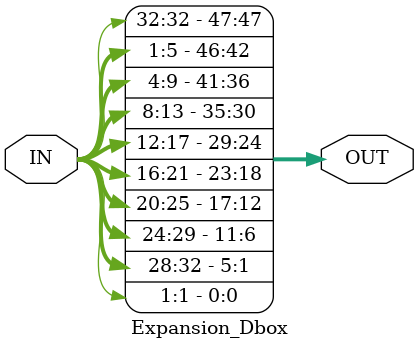
<source format=v>
`timescale 1ns / 1ps

module Expansion_Dbox(output reg [1:48] OUT, input [1:32] IN );


always @(IN)
    begin 
        OUT[01] <= IN[32];
        OUT[02] <= IN[01];
        OUT[03] <= IN[02];
        OUT[04] <= IN[03];
        OUT[05] <= IN[04];
        OUT[06] <= IN[05];
        
        OUT[07] <= IN[04];
        OUT[08] <= IN[05];
        OUT[09] <= IN[06];
        OUT[10] <= IN[07];
        OUT[11] <= IN[08];
        OUT[12] <= IN[09];
        
        OUT[13] <= IN[08];
        OUT[14] <= IN[09];
        OUT[15] <= IN[10];
        OUT[16] <= IN[11];
        OUT[17] <= IN[12];
        OUT[18] <= IN[13];
        
        OUT[19] <= IN[12];
        OUT[20] <= IN[13];
        OUT[21] <= IN[14];
        OUT[22] <= IN[15];
        OUT[23] <= IN[16];
        OUT[24] <= IN[17];
        
        OUT[25] <= IN[16];
        OUT[26] <= IN[17];
        OUT[27] <= IN[18];
        OUT[28] <= IN[19];
        OUT[29] <= IN[20];
        OUT[30] <= IN[21];
        
        OUT[31] <= IN[20];
        OUT[32] <= IN[21];
        OUT[33] <= IN[22];
        OUT[34] <= IN[23];
        OUT[35] <= IN[24];
        OUT[36] <= IN[25];
        
        OUT[37] <= IN[24];
        OUT[38] <= IN[25];
        OUT[39] <= IN[26];
        OUT[40] <= IN[27];
        OUT[41] <= IN[28];
        OUT[42] <= IN[29];
        
        OUT[43] <= IN[28];
        OUT[44] <= IN[29];
        OUT[45] <= IN[30];
        OUT[46] <= IN[31];
        OUT[47] <= IN[32];
        OUT[48] <= IN[01];
        
    end
endmodule

</source>
